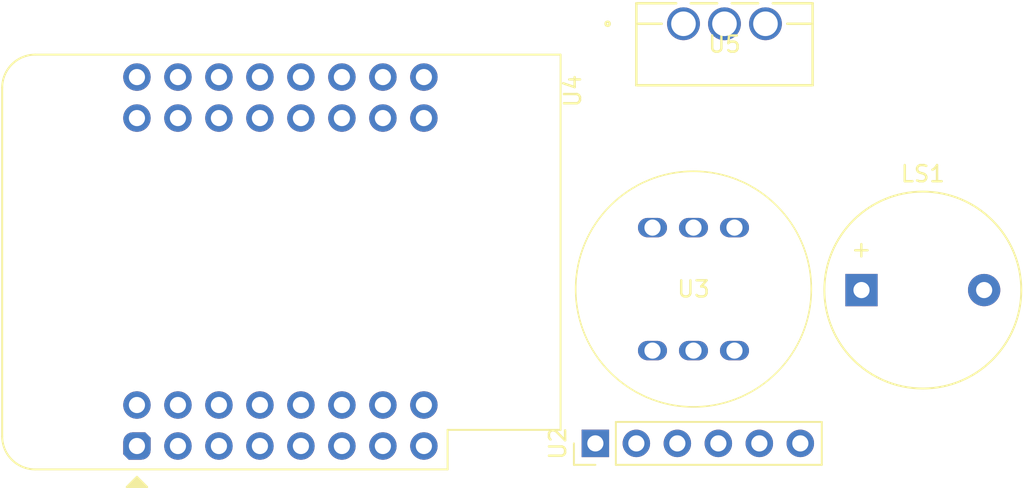
<source format=kicad_pcb>
(kicad_pcb (version 20240108) (generator "pcbnew") (generator_version "8.0")
  (layers (0 "F.Cu" signal) (31 "B.Cu" signal) (34 "B.Paste" user) (35 "F.Paste" user) (36 "B.SilkS" user "B.Silkscreen") (37 "F.SilkS" user "F.Silkscreen") (38 "B.Mask" user) (39 "F.Mask" user) (44 "Edge.Cuts" user))
  (net 0 "")
  (net 4 "Net-(U4-GND-Pad10)")
  (footprint "footprints:TO-220_AB_MC_MCH" (layer "F.Cu") (at 118.17 37.25)
    (property "Reference" "U5" (at 2.54 1.27 0) (layer "F.SilkS"))
    (property "Value" "MCP1825S-3302E/AB")
    (fp_line (start -2.921 -1.27) (end -2.921 3.81) (stroke (width 0.1524)) (layer "F.SilkS"))
    (fp_line (start -2.921 3.81) (end 8.001 3.81) (stroke (width 0.1524)) (layer "F.SilkS"))
    (fp_line (start -2.794 0) (end -1.34874 0) (stroke (width 0.1524)) (layer "F.SilkS"))
    (fp_line (start -0.454092 -1.27) (end -2.921 -1.27) (stroke (width 0.1524)) (layer "F.SilkS"))
    (fp_line (start 2.085908 -1.27) (end 0.454092 -1.27) (stroke (width 0.1524)) (layer "F.SilkS"))
    (fp_line (start 4.625908 -1.27) (end 2.994092 -1.27) (stroke (width 0.1524)) (layer "F.SilkS"))
    (fp_line (start 6.42874 0) (end 7.874 0) (stroke (width 0.1524)) (layer "F.SilkS"))
    (fp_line (start 8.001 -1.27) (end 5.534092 -1.27) (stroke (width 0.1524)) (layer "F.SilkS"))
    (fp_line (start 8.001 3.81) (end 8.001 -1.27) (stroke (width 0.1524)) (layer "F.SilkS"))
    (fp_circle (center -4.699 0) (end -4.572 0) (stroke (width 0.1524)) (fill none) (layer "F.SilkS"))
    (pad "1" thru_hole circle (at 0 0) (size 2.032 2.032) (drill 1.524) (layers "*.Cu" "*.Mask"))
    (pad "2" thru_hole circle (at 2.54 0) (size 2.032 2.032) (drill 1.524) (layers "*.Cu" "*.Mask"))
    (pad "3" thru_hole circle (at 5.08 0) (size 2.032 2.032) (drill 1.524) (layers "*.Cu" "*.Mask"))
  )
  (footprint "Connector_PinHeader_2.54mm:PinHeader_1x06_P2.54mm_Vertical" (layer "F.Cu") (at 112.71 63.25 90)
    (property "Reference" "U2" (at 0 -2.33 90) (layer "F.SilkS"))
    (property "Value" "~")
    (fp_line (start -1.33 -1.33) (end 0 -1.33) (stroke (width 0.12)) (layer "F.SilkS"))
    (fp_line (start -1.33 0) (end -1.33 -1.33) (stroke (width 0.12)) (layer "F.SilkS"))
    (fp_line (start 1.33 1.27) (end 1.33 14.03) (stroke (width 0.12)) (layer "F.SilkS"))
    (fp_line (start -1.33 1.27) (end 1.33 1.27) (stroke (width 0.12)) (layer "F.SilkS"))
    (fp_line (start -1.33 1.27) (end -1.33 14.03) (stroke (width 0.12)) (layer "F.SilkS"))
    (fp_line (start -1.33 14.03) (end 1.33 14.03) (stroke (width 0.12)) (layer "F.SilkS"))
    (pad "1" thru_hole rect (at 0 0 90) (size 1.7 1.7) (drill 1) (layers "*.Cu" "*.Mask"))
    (pad "2" thru_hole oval (at 0 2.54 90) (size 1.7 1.7) (drill 1) (layers "*.Cu" "*.Mask"))
    (pad "3" thru_hole oval (at 0 5.08 90) (size 1.7 1.7) (drill 1) (layers "*.Cu" "*.Mask"))
    (pad "4" thru_hole oval (at 0 7.62 90) (size 1.7 1.7) (drill 1) (layers "*.Cu" "*.Mask"))
    (pad "5" thru_hole oval (at 0 10.16 90) (size 1.7 1.7) (drill 1) (layers "*.Cu" "*.Mask"))
    (pad "6" thru_hole oval (at 0 12.7 90) (size 1.7 1.7) (drill 1) (layers "*.Cu" "*.Mask"))
  )
  (footprint "library:WEMOS_S2_mini" (layer "F.Cu") (at 84.305 63.4125 90)
    (property "Reference" "U4" (at 22 27 90) (layer "F.SilkS"))
    (property "Value" "WeMos_S2_mini")
    (fp_line (start 22.2 -8.35) (end 0.6 -8.35) (stroke (width 0.12)) (layer "F.SilkS"))
    (fp_line (start 1 19.25) (end 1 26.25) (stroke (width 0.12)) (layer "F.SilkS"))
    (fp_line (start -1.45 19.25) (end -1.45 -6.3) (stroke (width 0.12)) (layer "F.SilkS"))
    (fp_line (start -1.45 19.25) (end 1 19.25) (stroke (width 0.12)) (layer "F.SilkS"))
    (fp_line (start 24.25 26.25) (end 24.25 -6.3) (stroke (width 0.12)) (layer "F.SilkS"))
    (fp_line (start 1 26.25) (end 24.25 26.25) (stroke (width 0.12)) (layer "F.SilkS"))
    (fp_arc (start 22.2 -8.35) (mid 23.649569 -7.749569) (end 24.25 -6.3) (stroke (width 0.12)) (layer "F.SilkS"))
    (fp_arc (start -1.45 -6.3) (mid -0.849569 -7.749569) (end 0.6 -8.35) (stroke (width 0.12)) (layer "F.SilkS"))
    (fp_poly (pts (xy -2.54 -0.635) (xy -2.54 0.635) (xy -1.905 0)) (stroke (width 0.12)) (fill solid) (layer "F.SilkS"))
    (pad "1" thru_hole roundrect (at 0 0 90) (size 1.7 1.7) (drill 1) (layers "*.Cu" "*.Mask") (roundrect_rratio 0.35) (chamfer_ratio 0.2) (chamfer top_left bottom_right))
    (pad "2" thru_hole circle (at 0 2.54 90) (size 1.7 1.7) (drill 1) (layers "*.Cu" "*.Mask"))
    (pad "3" thru_hole circle (at 0 5.08 90) (size 1.7 1.7) (drill 1) (layers "*.Cu" "*.Mask"))
    (pad "4" thru_hole circle (at 0 7.62 90) (size 1.7 1.7) (drill 1) (layers "*.Cu" "*.Mask"))
    (pad "5" thru_hole circle (at 0 10.16 90) (size 1.7 1.7) (drill 1) (layers "*.Cu" "*.Mask"))
    (pad "6" thru_hole circle (at 0 12.7 90) (size 1.7 1.7) (drill 1) (layers "*.Cu" "*.Mask"))
    (pad "7" thru_hole circle (at 0 15.24 90) (size 1.7 1.7) (drill 1) (layers "*.Cu" "*.Mask"))
    (pad "8" thru_hole circle (at 0 17.78 90) (size 1.7 1.7) (drill 1) (layers "*.Cu" "*.Mask"))
    (pad "9" thru_hole circle (at 22.86 17.78 90) (size 1.7 1.7) (drill 1) (layers "*.Cu" "*.Mask"))
    (pad "10" thru_hole circle (at 22.86 15.24 90) (size 1.7 1.7) (drill 1) (layers "*.Cu" "*.Mask") (net 4 "Net-(U4-GND-Pad10)"))
    (pad "11" thru_hole circle (at 22.86 12.7 90) (size 1.7 1.7) (drill 1) (layers "*.Cu" "*.Mask"))
    (pad "12" thru_hole circle (at 22.86 10.16 90) (size 1.7 1.7) (drill 1) (layers "*.Cu" "*.Mask"))
    (pad "13" thru_hole circle (at 22.86 7.62 90) (size 1.7 1.7) (drill 1) (layers "*.Cu" "*.Mask"))
    (pad "14" thru_hole circle (at 22.86 5.08 90) (size 1.7 1.7) (drill 1) (layers "*.Cu" "*.Mask"))
    (pad "15" thru_hole circle (at 22.86 2.54 90) (size 1.7 1.7) (drill 1) (layers "*.Cu" "*.Mask"))
    (pad "16" thru_hole circle (at 22.86 0 90) (size 1.7 1.7) (drill 1) (layers "*.Cu" "*.Mask"))
    (pad "17" thru_hole circle (at 2.54 0 90) (size 1.7 1.7) (drill 1) (layers "*.Cu" "*.Mask"))
    (pad "18" thru_hole circle (at 2.54 2.54 90) (size 1.7 1.7) (drill 1) (layers "*.Cu" "*.Mask"))
    (pad "19" thru_hole circle (at 2.54 5.08 90) (size 1.7 1.7) (drill 1) (layers "*.Cu" "*.Mask"))
    (pad "20" thru_hole circle (at 2.54 7.62 90) (size 1.7 1.7) (drill 1) (layers "*.Cu" "*.Mask"))
    (pad "21" thru_hole circle (at 2.54 10.16 90) (size 1.7 1.7) (drill 1) (layers "*.Cu" "*.Mask"))
    (pad "22" thru_hole circle (at 2.54 12.7 90) (size 1.7 1.7) (drill 1) (layers "*.Cu" "*.Mask"))
    (pad "23" thru_hole circle (at 2.54 15.24 90) (size 1.7 1.7) (drill 1) (layers "*.Cu" "*.Mask"))
    (pad "24" thru_hole circle (at 2.54 17.78 90) (size 1.7 1.7) (drill 1) (layers "*.Cu" "*.Mask"))
    (pad "25" thru_hole circle (at 20.32 17.78 90) (size 1.7 1.7) (drill 1) (layers "*.Cu" "*.Mask"))
    (pad "26" thru_hole circle (at 20.32 15.24 90) (size 1.7 1.7) (drill 1) (layers "*.Cu" "*.Mask") (net 4 "Net-(U4-GND-Pad10)"))
    (pad "27" thru_hole circle (at 20.32 12.7 90) (size 1.7 1.7) (drill 1) (layers "*.Cu" "*.Mask"))
    (pad "28" thru_hole circle (at 20.32 10.16 90) (size 1.7 1.7) (drill 1) (layers "*.Cu" "*.Mask"))
    (pad "29" thru_hole circle (at 20.32 7.62 90) (size 1.7 1.7) (drill 1) (layers "*.Cu" "*.Mask"))
    (pad "30" thru_hole circle (at 20.32 5.08 90) (size 1.7 1.7) (drill 1) (layers "*.Cu" "*.Mask"))
    (pad "31" thru_hole circle (at 20.32 2.54 90) (size 1.7 1.7) (drill 1) (layers "*.Cu" "*.Mask"))
    (pad "32" thru_hole circle (at 20.32 0 90) (size 1.7 1.7) (drill 1) (layers "*.Cu" "*.Mask"))
  )
  (footprint "Buzzer_Beeper:Buzzer_12x9.5RM7.6" (layer "F.Cu") (at 129.2 53.75)
    (property "Reference" "LS1" (at 3.8 -7.2 0) (layer "F.SilkS"))
    (property "Value" "Active Beeper")
    (fp_circle (center 3.8 0) (end 9.9 0) (stroke (width 0.12)) (fill none) (layer "F.SilkS"))
    (fp_text user "+" (at -0.01 -2.54 0) (layer "F.SilkS"))
    (pad "1" thru_hole rect (at 0 0) (size 2 2) (drill 1) (layers "*.Cu" "*.Mask"))
    (pad "2" thru_hole circle (at 7.6 0) (size 2 2) (drill 1) (layers "*.Cu" "*.Mask"))
  )
  (footprint "footprints:INMP441" (layer "F.Cu") (at 118.79 53.69)
    (property "Reference" "U3" (at 0 0 180) (layer "F.SilkS"))
    (property "Value" "~")
    (fp_circle (center 0 0) (end 7.3 0) (stroke (width 0.1)) (fill none) (layer "F.SilkS"))
    (pad "1" thru_hole oval (at -2.54 3.81) (size 1.8 1.2) (drill 1) (layers "*.Cu" "*.Mask"))
    (pad "2" thru_hole oval (at -2.54 -3.81) (size 1.8 1.2) (drill 1) (layers "*.Cu" "*.Mask"))
    (pad "3" thru_hole oval (at 0 3.81) (size 1.8 1.2) (drill 1) (layers "*.Cu" "*.Mask"))
    (pad "4" thru_hole oval (at 0 -3.81) (size 1.8 1.2) (drill 1) (layers "*.Cu" "*.Mask"))
    (pad "5" thru_hole oval (at 2.54 3.81) (size 1.8 1.2) (drill 1) (layers "*.Cu" "*.Mask"))
    (pad "6" thru_hole oval (at 2.54 -3.81) (size 1.8 1.2) (drill 1) (layers "*.Cu" "*.Mask"))
  )
)
</source>
